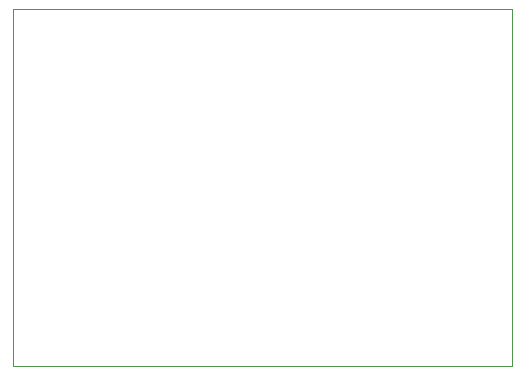
<source format=gm1>
G04 #@! TF.GenerationSoftware,KiCad,Pcbnew,6.0.6*
G04 #@! TF.CreationDate,2022-07-14T17:33:28+02:00*
G04 #@! TF.ProjectId,3D_power_meter,33445f70-6f77-4657-925f-6d657465722e,rev?*
G04 #@! TF.SameCoordinates,Original*
G04 #@! TF.FileFunction,Profile,NP*
%FSLAX46Y46*%
G04 Gerber Fmt 4.6, Leading zero omitted, Abs format (unit mm)*
G04 Created by KiCad (PCBNEW 6.0.6) date 2022-07-14 17:33:28*
%MOMM*%
%LPD*%
G01*
G04 APERTURE LIST*
G04 #@! TA.AperFunction,Profile*
%ADD10C,0.100000*%
G04 #@! TD*
G04 APERTURE END LIST*
D10*
X160400000Y-90400000D02*
X202600000Y-90400000D01*
X202600000Y-90400000D02*
X202600000Y-120650000D01*
X202600000Y-120650000D02*
X160400000Y-120650000D01*
X160400000Y-120650000D02*
X160400000Y-90400000D01*
M02*

</source>
